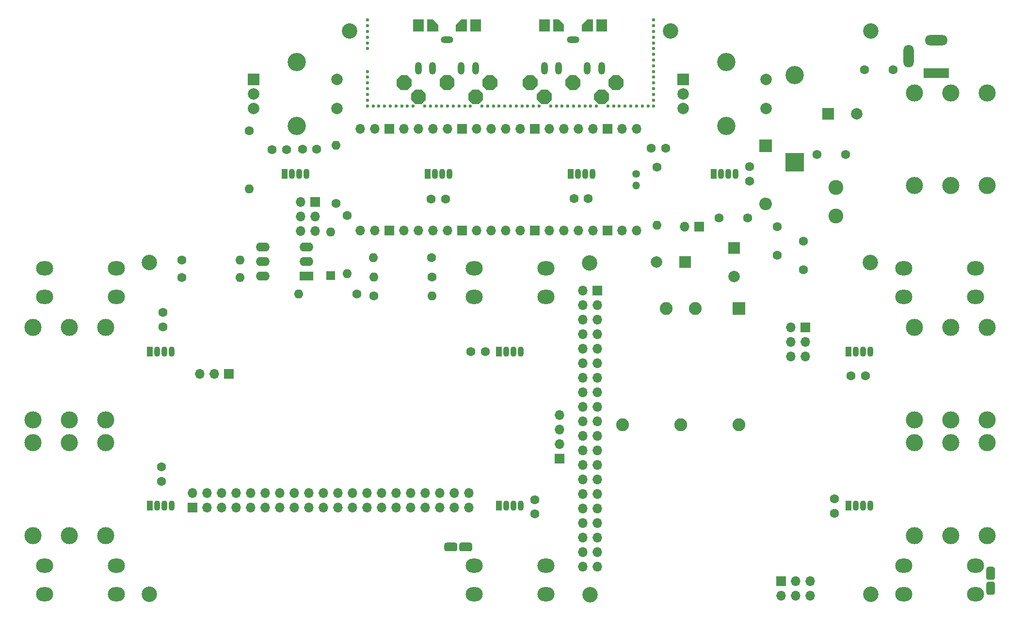
<source format=gts>
G04 #@! TF.GenerationSoftware,KiCad,Pcbnew,7.0.1.1-36-gbcf78dbe24-dirty-deb11*
G04 #@! TF.CreationDate,2023-04-24T19:27:54+00:00*
G04 #@! TF.ProjectId,pedalboard-hw,70656461-6c62-46f6-9172-642d68772e6b,2.0.0*
G04 #@! TF.SameCoordinates,Original*
G04 #@! TF.FileFunction,Soldermask,Top*
G04 #@! TF.FilePolarity,Negative*
%FSLAX46Y46*%
G04 Gerber Fmt 4.6, Leading zero omitted, Abs format (unit mm)*
G04 Created by KiCad (PCBNEW 7.0.1.1-36-gbcf78dbe24-dirty-deb11) date 2023-04-24 19:27:54*
%MOMM*%
%LPD*%
G01*
G04 APERTURE LIST*
%ADD10C,2.700000*%
%ADD11C,1.600000*%
%ADD12O,1.200000X2.200000*%
%ADD13O,2.200000X1.200000*%
%ADD14C,3.000000*%
%ADD15R,4.400000X1.800000*%
%ADD16O,4.000000X1.800000*%
%ADD17O,1.800000X4.000000*%
%ADD18O,1.600000X1.600000*%
%ADD19R,1.070000X1.800000*%
%ADD20O,1.070000X1.800000*%
%ADD21R,2.250000X2.250000*%
%ADD22C,2.250000*%
%ADD23R,1.700000X1.700000*%
%ADD24O,1.700000X1.700000*%
%ADD25C,0.600000*%
%ADD26O,3.000000X2.500000*%
%ADD27R,2.400000X1.600000*%
%ADD28O,2.400000X1.600000*%
%ADD29C,2.600000*%
%ADD30R,2.000000X2.000000*%
%ADD31C,2.000000*%
%ADD32C,3.200000*%
%ADD33R,1.600000X1.600000*%
%ADD34R,3.200000X3.200000*%
%ADD35O,3.200000X3.200000*%
%ADD36R,2.200000X2.200000*%
%ADD37O,2.200000X2.200000*%
%ADD38C,1.350000*%
%ADD39O,1.350000X1.350000*%
G04 APERTURE END LIST*
D10*
X168020000Y-121500000D03*
D11*
X146800000Y-46700000D03*
X146800000Y-49200000D03*
D12*
X121000000Y-29500000D03*
X118500000Y-29500000D03*
D13*
X116000000Y-24500000D03*
D12*
X111000000Y-29500000D03*
X113500000Y-29500000D03*
D10*
X133000000Y-23000000D03*
D14*
X28050000Y-111200000D03*
X28050000Y-94970000D03*
X21700000Y-111200000D03*
X21700000Y-94970000D03*
X34400000Y-111200000D03*
X34400000Y-94970000D03*
D11*
X158637600Y-44600000D03*
X163637600Y-44600000D03*
D15*
X179400000Y-30400000D03*
D16*
X179400000Y-24600000D03*
D17*
X174600000Y-27400000D03*
D11*
X130700000Y-46820000D03*
D18*
X130700000Y-56980000D03*
D19*
X115600000Y-48000000D03*
D20*
X116870000Y-48000000D03*
X118140000Y-48000000D03*
X119410000Y-48000000D03*
D14*
X28085000Y-91000000D03*
X28085000Y-74770000D03*
X21735000Y-91000000D03*
X21735000Y-74770000D03*
X34435000Y-91000000D03*
X34435000Y-74770000D03*
D21*
X144960000Y-71520000D03*
D22*
X137340000Y-71520000D03*
X132260000Y-71520000D03*
X124640000Y-91840000D03*
X134800000Y-91840000D03*
X144960000Y-91840000D03*
D14*
X181950000Y-94995000D03*
X181950000Y-111225000D03*
X188300000Y-94995000D03*
X188300000Y-111225000D03*
X175600000Y-94995000D03*
X175600000Y-111225000D03*
G36*
G01*
X93527000Y-113581000D02*
X93527000Y-112819000D01*
G75*
G02*
X93908000Y-112438000I381000J0D01*
G01*
X95432000Y-112438000D01*
G75*
G02*
X95813000Y-112819000I0J-381000D01*
G01*
X95813000Y-113581000D01*
G75*
G02*
X95432000Y-113962000I-381000J0D01*
G01*
X93908000Y-113962000D01*
G75*
G02*
X93527000Y-113581000I0J381000D01*
G01*
G37*
G36*
G01*
X96127000Y-113581000D02*
X96127000Y-112819000D01*
G75*
G02*
X96508000Y-112438000I381000J0D01*
G01*
X98032000Y-112438000D01*
G75*
G02*
X98413000Y-112819000I0J-381000D01*
G01*
X98413000Y-113581000D01*
G75*
G02*
X98032000Y-113962000I-381000J0D01*
G01*
X96508000Y-113962000D01*
G75*
G02*
X96127000Y-113581000I0J381000D01*
G01*
G37*
D10*
X42000000Y-63500000D03*
D19*
X140600000Y-48000000D03*
D20*
X141870000Y-48000000D03*
X143140000Y-48000000D03*
X144410000Y-48000000D03*
D11*
X109310000Y-104930000D03*
X109310000Y-107430000D03*
D19*
X103100000Y-106000000D03*
D20*
X104370000Y-106000000D03*
X105640000Y-106000000D03*
X106910000Y-106000000D03*
D10*
X118980000Y-121520000D03*
D23*
X49590000Y-106320000D03*
D24*
X49590000Y-103780000D03*
X52130000Y-106320000D03*
X52130000Y-103780000D03*
X54670000Y-106320000D03*
X54670000Y-103780000D03*
X57210000Y-106320000D03*
X57210000Y-103780000D03*
X59750000Y-106320000D03*
X59750000Y-103780000D03*
X62290000Y-106320000D03*
X62290000Y-103780000D03*
X64830000Y-106320000D03*
X64830000Y-103780000D03*
X67370000Y-106320000D03*
X67370000Y-103780000D03*
X69910000Y-106320000D03*
X69910000Y-103780000D03*
X72450000Y-106320000D03*
X72450000Y-103780000D03*
X74990000Y-106320000D03*
X74990000Y-103780000D03*
X77530000Y-106320000D03*
X77530000Y-103780000D03*
X80070000Y-106320000D03*
X80070000Y-103780000D03*
X82610000Y-106320000D03*
X82610000Y-103780000D03*
X85150000Y-106320000D03*
X85150000Y-103780000D03*
X87690000Y-106320000D03*
X87690000Y-103780000D03*
X90230000Y-106320000D03*
X90230000Y-103780000D03*
X92770000Y-106320000D03*
X92770000Y-103780000D03*
X95310000Y-106320000D03*
X95310000Y-103780000D03*
X97850000Y-106320000D03*
X97850000Y-103780000D03*
D11*
X161620000Y-107300000D03*
X161620000Y-104800000D03*
D25*
X80100000Y-21075000D03*
X80100000Y-22075000D03*
X80100000Y-23075000D03*
X80100000Y-24075000D03*
X80100000Y-25075000D03*
X80100000Y-26075000D03*
X80100000Y-30075000D03*
X80100000Y-31075000D03*
X80100000Y-32075000D03*
X80100000Y-33075000D03*
X80100000Y-34075000D03*
X80100000Y-35075000D03*
X80100000Y-36075000D03*
X81100000Y-36075000D03*
X82100000Y-36075000D03*
X83100000Y-36075000D03*
X84100000Y-36075000D03*
X85100000Y-36075000D03*
X86100000Y-36075000D03*
X87100000Y-36075000D03*
X88100000Y-36075000D03*
X90100000Y-36075000D03*
X91100000Y-36075000D03*
X92100000Y-36075000D03*
X93100000Y-36075000D03*
X94100000Y-36075000D03*
X95100000Y-36075000D03*
X96100000Y-36075000D03*
X97100000Y-36075000D03*
X98100000Y-36075000D03*
X100100000Y-36075000D03*
X101100000Y-36075000D03*
X102100000Y-36075000D03*
X103100000Y-36075000D03*
X104100000Y-36075000D03*
X105100000Y-36075000D03*
X106100000Y-36075000D03*
X107100000Y-36075000D03*
X108100000Y-36075000D03*
X109100000Y-36075000D03*
X110100000Y-36075000D03*
X112100000Y-36075000D03*
X113100000Y-36075000D03*
X114100000Y-36075000D03*
X115100000Y-36075000D03*
X116100000Y-36075000D03*
X117100000Y-36075000D03*
X118100000Y-36075000D03*
X119100000Y-36075000D03*
X120100000Y-36075000D03*
X122100000Y-36075000D03*
X123100000Y-36075000D03*
X124100000Y-36075000D03*
X125100000Y-36075000D03*
X126100000Y-36075000D03*
X127100000Y-36075000D03*
X128100000Y-36075000D03*
X129100000Y-36075000D03*
X130100000Y-21075000D03*
X130100000Y-22075000D03*
X130100000Y-23075000D03*
X130100000Y-24075000D03*
X130100000Y-25075000D03*
X130100000Y-26075000D03*
X130100000Y-27075000D03*
X130100000Y-28075000D03*
X130100000Y-29075000D03*
X130100000Y-30075000D03*
X130100000Y-31075000D03*
X130100000Y-32075000D03*
X130100000Y-33075000D03*
X130100000Y-34075000D03*
X130100000Y-35075000D03*
X130100000Y-36075000D03*
D11*
X44155000Y-101700000D03*
X44155000Y-99200000D03*
D26*
X98750000Y-64500000D03*
X111250000Y-64500000D03*
X98750000Y-69500000D03*
X111250000Y-69500000D03*
D19*
X42100000Y-79000000D03*
D20*
X43370000Y-79000000D03*
X44640000Y-79000000D03*
X45910000Y-79000000D03*
D11*
X74575000Y-53105000D03*
D18*
X74575000Y-42945000D03*
D27*
X69475000Y-65800000D03*
D28*
X69475000Y-63260000D03*
X69475000Y-60720000D03*
X61855000Y-60720000D03*
X61855000Y-63260000D03*
X61855000Y-65800000D03*
D10*
X77000000Y-23000000D03*
D29*
X161900000Y-50300000D03*
X161900000Y-55300000D03*
D14*
X181965000Y-33800000D03*
X181965000Y-50030000D03*
X188315000Y-33800000D03*
X188315000Y-50030000D03*
X175615000Y-33800000D03*
X175615000Y-50030000D03*
D11*
X63475000Y-43700000D03*
X65975000Y-43700000D03*
G36*
X107946312Y-33285921D02*
G01*
X107214079Y-32553688D01*
X107199200Y-32517767D01*
X107199200Y-31482233D01*
X107214079Y-31446312D01*
X107946312Y-30714079D01*
X107982233Y-30699200D01*
X109017767Y-30699200D01*
X109053688Y-30714079D01*
X109785921Y-31446312D01*
X109800800Y-31482233D01*
X109800800Y-32517767D01*
X109785921Y-32553688D01*
X109053688Y-33285921D01*
X109017767Y-33300800D01*
X107982233Y-33300800D01*
X107946312Y-33285921D01*
G37*
G36*
X117285921Y-32553688D02*
G01*
X116553688Y-33285921D01*
X116517767Y-33300800D01*
X115482233Y-33300800D01*
X115446312Y-33285921D01*
X114714079Y-32553688D01*
X114699200Y-32517767D01*
X114699200Y-31482233D01*
X114714079Y-31446312D01*
X115446312Y-30714079D01*
X115482233Y-30699200D01*
X116517767Y-30699200D01*
X116553688Y-30714079D01*
X117285921Y-31446312D01*
X117300800Y-31482233D01*
X117300800Y-32517767D01*
X117285921Y-32553688D01*
G37*
G36*
X122946312Y-33285921D02*
G01*
X122214079Y-32553688D01*
X122199200Y-32517767D01*
X122199200Y-31482233D01*
X122214079Y-31446312D01*
X122946312Y-30714079D01*
X122982233Y-30699200D01*
X124017767Y-30699200D01*
X124053688Y-30714079D01*
X124785921Y-31446312D01*
X124800800Y-31482233D01*
X124800800Y-32517767D01*
X124785921Y-32553688D01*
X124053688Y-33285921D01*
X124017767Y-33300800D01*
X122982233Y-33300800D01*
X122946312Y-33285921D01*
G37*
G36*
X110446312Y-35785921D02*
G01*
X109714079Y-35053688D01*
X109699200Y-35017767D01*
X109699200Y-33982233D01*
X109714079Y-33946312D01*
X110446312Y-33214079D01*
X110482233Y-33199200D01*
X111517767Y-33199200D01*
X111553688Y-33214079D01*
X112285921Y-33946312D01*
X112300800Y-33982233D01*
X112300800Y-35017767D01*
X112285921Y-35053688D01*
X111553688Y-35785921D01*
X111517767Y-35800800D01*
X110482233Y-35800800D01*
X110446312Y-35785921D01*
G37*
G36*
X120446312Y-35785921D02*
G01*
X119714079Y-35053688D01*
X119699200Y-35017767D01*
X119699200Y-33982233D01*
X119714079Y-33946312D01*
X120446312Y-33214079D01*
X120482233Y-33199200D01*
X121517767Y-33199200D01*
X121553688Y-33214079D01*
X122285921Y-33946312D01*
X122300800Y-33982233D01*
X122300800Y-35017767D01*
X122285921Y-35053688D01*
X121553688Y-35785921D01*
X121517767Y-35800800D01*
X120482233Y-35800800D01*
X120446312Y-35785921D01*
G37*
G36*
X117564079Y-23035921D02*
G01*
X117549200Y-23000000D01*
X117549200Y-21900000D01*
X117564079Y-21864079D01*
X118464079Y-20964079D01*
X118500000Y-20949200D01*
X119400000Y-20949200D01*
X119435921Y-20964079D01*
X119450800Y-21000000D01*
X119450800Y-23000000D01*
X119435921Y-23035921D01*
X119400000Y-23050800D01*
X117600000Y-23050800D01*
X117564079Y-23035921D01*
G37*
G36*
G01*
X121950800Y-21000000D02*
X121950800Y-23000000D01*
G75*
G02*
X121900000Y-23050800I-50800J0D01*
G01*
X120100000Y-23050800D01*
G75*
G02*
X120049200Y-23000000I0J50800D01*
G01*
X120049200Y-21000000D01*
G75*
G02*
X120100000Y-20949200I50800J0D01*
G01*
X121900000Y-20949200D01*
G75*
G02*
X121950800Y-21000000I0J-50800D01*
G01*
G37*
G36*
G01*
X111950800Y-21000000D02*
X111950800Y-23000000D01*
G75*
G02*
X111900000Y-23050800I-50800J0D01*
G01*
X110100000Y-23050800D01*
G75*
G02*
X110049200Y-23000000I0J50800D01*
G01*
X110049200Y-21000000D01*
G75*
G02*
X110100000Y-20949200I50800J0D01*
G01*
X111900000Y-20949200D01*
G75*
G02*
X111950800Y-21000000I0J-50800D01*
G01*
G37*
G36*
X112564079Y-23035921D02*
G01*
X112549200Y-23000000D01*
X112549200Y-21000000D01*
X112564079Y-20964079D01*
X112600000Y-20949200D01*
X113500000Y-20949200D01*
X113535921Y-20964079D01*
X114435921Y-21864079D01*
X114450800Y-21900000D01*
X114450800Y-23000000D01*
X114435921Y-23035921D01*
X114400000Y-23050800D01*
X112600000Y-23050800D01*
X112564079Y-23035921D01*
G37*
D19*
X90600000Y-48000000D03*
D20*
X91870000Y-48000000D03*
X93140000Y-48000000D03*
X94410000Y-48000000D03*
D30*
X60250000Y-31500000D03*
D31*
X60250000Y-36500000D03*
X60250000Y-34000000D03*
D32*
X67750000Y-28400000D03*
X67750000Y-39600000D03*
D31*
X74750000Y-36500000D03*
X74750000Y-31500000D03*
D11*
X68750000Y-43675000D03*
X71250000Y-43675000D03*
X164570000Y-83300000D03*
X167070000Y-83300000D03*
D30*
X144100000Y-60932323D03*
D31*
X144100000Y-65932323D03*
D11*
X78280000Y-68980000D03*
D18*
X68120000Y-68980000D03*
D10*
X167900000Y-63450000D03*
D30*
X135600000Y-63400000D03*
D31*
X130600000Y-63400000D03*
D19*
X65600000Y-48000000D03*
D20*
X66870000Y-48000000D03*
X68140000Y-48000000D03*
X69410000Y-48000000D03*
D11*
X91250000Y-52400000D03*
X93750000Y-52400000D03*
D10*
X42000000Y-121500000D03*
D14*
X181950000Y-74780000D03*
X181950000Y-91010000D03*
X188300000Y-74780000D03*
X188300000Y-91010000D03*
X175600000Y-74780000D03*
X175600000Y-91010000D03*
D26*
X23750000Y-64500000D03*
X36250000Y-64500000D03*
X23750000Y-69500000D03*
X36250000Y-69500000D03*
D11*
X129650000Y-43470000D03*
X132150000Y-43470000D03*
X47695000Y-63050000D03*
D18*
X57855000Y-63050000D03*
D30*
X160532323Y-37500000D03*
D31*
X165532323Y-37500000D03*
D19*
X164100000Y-79000000D03*
D20*
X165370000Y-79000000D03*
X166640000Y-79000000D03*
X167910000Y-79000000D03*
D11*
X81190000Y-69340000D03*
D18*
X91350000Y-69340000D03*
D19*
X42100000Y-106000000D03*
D20*
X43370000Y-106000000D03*
X44640000Y-106000000D03*
X45910000Y-106000000D03*
D11*
X76600000Y-55270000D03*
D18*
X76600000Y-65430000D03*
D11*
X146500000Y-55700000D03*
X141500000Y-55700000D03*
D33*
X73700000Y-65775000D03*
D18*
X73700000Y-58155000D03*
D11*
X116150000Y-52300000D03*
X118650000Y-52300000D03*
D34*
X154700000Y-45900000D03*
D35*
X154700000Y-30660000D03*
D11*
X91280000Y-62575000D03*
D18*
X81120000Y-62575000D03*
D11*
X171900000Y-29800000D03*
X166900000Y-29800000D03*
D10*
X118900000Y-63565600D03*
D11*
X151700000Y-57200000D03*
X151700000Y-62200000D03*
D19*
X164100000Y-106000000D03*
D20*
X165370000Y-106000000D03*
X166640000Y-106000000D03*
X167910000Y-106000000D03*
D26*
X173750000Y-116500000D03*
X186250000Y-116500000D03*
X173750000Y-121500000D03*
X186250000Y-121500000D03*
X173750000Y-64500000D03*
X186250000Y-64500000D03*
X173750000Y-69500000D03*
X186250000Y-69500000D03*
D11*
X100670000Y-79050000D03*
X98170000Y-79050000D03*
D26*
X23750000Y-116500000D03*
X36250000Y-116500000D03*
X23750000Y-121500000D03*
X36250000Y-121500000D03*
D10*
X168000000Y-23000000D03*
D11*
X91350000Y-65980000D03*
D18*
X81190000Y-65980000D03*
D30*
X135250000Y-31500000D03*
D31*
X135250000Y-36500000D03*
X135250000Y-34000000D03*
D32*
X142750000Y-28400000D03*
X142750000Y-39600000D03*
D31*
X149750000Y-36500000D03*
X149750000Y-31500000D03*
D11*
X47695000Y-66050000D03*
D18*
X57855000Y-66050000D03*
D26*
X98750000Y-116500000D03*
X111250000Y-116500000D03*
X98750000Y-121500000D03*
X111250000Y-121500000D03*
D11*
X156200000Y-64700000D03*
X156200000Y-59700000D03*
G36*
X85951812Y-33285921D02*
G01*
X85219579Y-32553688D01*
X85204700Y-32517767D01*
X85204700Y-31482233D01*
X85219579Y-31446312D01*
X85951812Y-30714079D01*
X85987733Y-30699200D01*
X87023267Y-30699200D01*
X87059188Y-30714079D01*
X87791421Y-31446312D01*
X87806300Y-31482233D01*
X87806300Y-32517767D01*
X87791421Y-32553688D01*
X87059188Y-33285921D01*
X87023267Y-33300800D01*
X85987733Y-33300800D01*
X85951812Y-33285921D01*
G37*
G36*
X95291421Y-32553688D02*
G01*
X94559188Y-33285921D01*
X94523267Y-33300800D01*
X93487733Y-33300800D01*
X93451812Y-33285921D01*
X92719579Y-32553688D01*
X92704700Y-32517767D01*
X92704700Y-31482233D01*
X92719579Y-31446312D01*
X93451812Y-30714079D01*
X93487733Y-30699200D01*
X94523267Y-30699200D01*
X94559188Y-30714079D01*
X95291421Y-31446312D01*
X95306300Y-31482233D01*
X95306300Y-32517767D01*
X95291421Y-32553688D01*
G37*
G36*
X100951812Y-33285921D02*
G01*
X100219579Y-32553688D01*
X100204700Y-32517767D01*
X100204700Y-31482233D01*
X100219579Y-31446312D01*
X100951812Y-30714079D01*
X100987733Y-30699200D01*
X102023267Y-30699200D01*
X102059188Y-30714079D01*
X102791421Y-31446312D01*
X102806300Y-31482233D01*
X102806300Y-32517767D01*
X102791421Y-32553688D01*
X102059188Y-33285921D01*
X102023267Y-33300800D01*
X100987733Y-33300800D01*
X100951812Y-33285921D01*
G37*
G36*
X88451812Y-35785921D02*
G01*
X87719579Y-35053688D01*
X87704700Y-35017767D01*
X87704700Y-33982233D01*
X87719579Y-33946312D01*
X88451812Y-33214079D01*
X88487733Y-33199200D01*
X89523267Y-33199200D01*
X89559188Y-33214079D01*
X90291421Y-33946312D01*
X90306300Y-33982233D01*
X90306300Y-35017767D01*
X90291421Y-35053688D01*
X89559188Y-35785921D01*
X89523267Y-35800800D01*
X88487733Y-35800800D01*
X88451812Y-35785921D01*
G37*
G36*
X98451812Y-35785921D02*
G01*
X97719579Y-35053688D01*
X97704700Y-35017767D01*
X97704700Y-33982233D01*
X97719579Y-33946312D01*
X98451812Y-33214079D01*
X98487733Y-33199200D01*
X99523267Y-33199200D01*
X99559188Y-33214079D01*
X100291421Y-33946312D01*
X100306300Y-33982233D01*
X100306300Y-35017767D01*
X100291421Y-35053688D01*
X99559188Y-35785921D01*
X99523267Y-35800800D01*
X98487733Y-35800800D01*
X98451812Y-35785921D01*
G37*
G36*
X95569579Y-23035921D02*
G01*
X95554700Y-23000000D01*
X95554700Y-21900000D01*
X95569579Y-21864079D01*
X96469579Y-20964079D01*
X96505500Y-20949200D01*
X97405500Y-20949200D01*
X97441421Y-20964079D01*
X97456300Y-21000000D01*
X97456300Y-23000000D01*
X97441421Y-23035921D01*
X97405500Y-23050800D01*
X95605500Y-23050800D01*
X95569579Y-23035921D01*
G37*
G36*
G01*
X99956300Y-21000000D02*
X99956300Y-23000000D01*
G75*
G02*
X99905500Y-23050800I-50800J0D01*
G01*
X98105500Y-23050800D01*
G75*
G02*
X98054700Y-23000000I0J50800D01*
G01*
X98054700Y-21000000D01*
G75*
G02*
X98105500Y-20949200I50800J0D01*
G01*
X99905500Y-20949200D01*
G75*
G02*
X99956300Y-21000000I0J-50800D01*
G01*
G37*
G36*
G01*
X89956300Y-21000000D02*
X89956300Y-23000000D01*
G75*
G02*
X89905500Y-23050800I-50800J0D01*
G01*
X88105500Y-23050800D01*
G75*
G02*
X88054700Y-23000000I0J50800D01*
G01*
X88054700Y-21000000D01*
G75*
G02*
X88105500Y-20949200I50800J0D01*
G01*
X89905500Y-20949200D01*
G75*
G02*
X89956300Y-21000000I0J-50800D01*
G01*
G37*
G36*
X90569579Y-23035921D02*
G01*
X90554700Y-23000000D01*
X90554700Y-21000000D01*
X90569579Y-20964079D01*
X90605500Y-20949200D01*
X91505500Y-20949200D01*
X91541421Y-20964079D01*
X92441421Y-21864079D01*
X92456300Y-21900000D01*
X92456300Y-23000000D01*
X92441421Y-23035921D01*
X92405500Y-23050800D01*
X90605500Y-23050800D01*
X90569579Y-23035921D01*
G37*
X44355000Y-72200000D03*
X44355000Y-74700000D03*
G36*
G01*
X188549000Y-116663000D02*
X189311000Y-116663000D01*
G75*
G02*
X189692000Y-117044000I0J-381000D01*
G01*
X189692000Y-118568000D01*
G75*
G02*
X189311000Y-118949000I-381000J0D01*
G01*
X188549000Y-118949000D01*
G75*
G02*
X188168000Y-118568000I0J381000D01*
G01*
X188168000Y-117044000D01*
G75*
G02*
X188549000Y-116663000I381000J0D01*
G01*
G37*
G36*
G01*
X188549000Y-119263000D02*
X189311000Y-119263000D01*
G75*
G02*
X189692000Y-119644000I0J-381000D01*
G01*
X189692000Y-121168000D01*
G75*
G02*
X189311000Y-121549000I-381000J0D01*
G01*
X188549000Y-121549000D01*
G75*
G02*
X188168000Y-121168000I0J381000D01*
G01*
X188168000Y-119644000D01*
G75*
G02*
X188549000Y-119263000I381000J0D01*
G01*
G37*
D36*
X149606000Y-43078400D03*
D37*
X149606000Y-53238400D03*
D19*
X103100000Y-79000000D03*
D20*
X104370000Y-79000000D03*
X105640000Y-79000000D03*
X106910000Y-79000000D03*
D11*
X59500000Y-40445000D03*
D18*
X59500000Y-50605000D03*
D12*
X99000000Y-29500000D03*
X96500000Y-29500000D03*
D13*
X94000000Y-24500000D03*
D12*
X89000000Y-29500000D03*
X91500000Y-29500000D03*
D23*
X113625000Y-97780000D03*
D24*
X113625000Y-95240000D03*
X113625000Y-92700000D03*
X113625000Y-90160000D03*
D23*
X138000000Y-57175000D03*
D24*
X135460000Y-57175000D03*
D38*
X127000000Y-48000000D03*
D39*
X127000000Y-50000000D03*
D24*
X127130000Y-57890000D03*
X124590000Y-57890000D03*
D23*
X122050000Y-57890000D03*
D24*
X119510000Y-57890000D03*
X116970000Y-57890000D03*
X114430000Y-57890000D03*
X111890000Y-57890000D03*
D23*
X109350000Y-57890000D03*
D24*
X106810000Y-57890000D03*
X104270000Y-57890000D03*
X101730000Y-57890000D03*
X99190000Y-57890000D03*
D23*
X96650000Y-57890000D03*
D24*
X94110000Y-57890000D03*
X91570000Y-57890000D03*
X89030000Y-57890000D03*
X86490000Y-57890000D03*
D23*
X83950000Y-57890000D03*
D24*
X81410000Y-57890000D03*
X78870000Y-57890000D03*
X78870000Y-40110000D03*
X81410000Y-40110000D03*
D23*
X83950000Y-40110000D03*
D24*
X86490000Y-40110000D03*
X89030000Y-40110000D03*
X91570000Y-40110000D03*
X94110000Y-40110000D03*
D23*
X96650000Y-40110000D03*
D24*
X99190000Y-40110000D03*
X101730000Y-40110000D03*
X104270000Y-40110000D03*
X106810000Y-40110000D03*
D23*
X109350000Y-40110000D03*
D24*
X111890000Y-40110000D03*
X114430000Y-40110000D03*
X116970000Y-40110000D03*
X119510000Y-40110000D03*
D23*
X122050000Y-40110000D03*
D24*
X124590000Y-40110000D03*
X127130000Y-40110000D03*
D23*
X55865000Y-82962600D03*
D24*
X53325000Y-82962600D03*
X50785000Y-82962600D03*
D23*
X120250000Y-68375600D03*
D24*
X117710000Y-68375600D03*
X120250000Y-70915600D03*
X117710000Y-70915600D03*
X120250000Y-73455600D03*
X117710000Y-73455600D03*
X120250000Y-75995600D03*
X117710000Y-75995600D03*
X120250000Y-78535600D03*
X117710000Y-78535600D03*
X120250000Y-81075600D03*
X117710000Y-81075600D03*
X120250000Y-83615600D03*
X117710000Y-83615600D03*
X120250000Y-86155600D03*
X117710000Y-86155600D03*
X120250000Y-88695600D03*
X117710000Y-88695600D03*
X120250000Y-91235600D03*
X117710000Y-91235600D03*
X120250000Y-93775600D03*
X117710000Y-93775600D03*
X120250000Y-96315600D03*
X117710000Y-96315600D03*
X120250000Y-98855600D03*
X117710000Y-98855600D03*
X120250000Y-101395600D03*
X117710000Y-101395600D03*
X120250000Y-103935600D03*
X117710000Y-103935600D03*
X120250000Y-106475600D03*
X117710000Y-106475600D03*
X120250000Y-109015600D03*
X117710000Y-109015600D03*
X120250000Y-111555600D03*
X117710000Y-111555600D03*
X120250000Y-114095600D03*
X117710000Y-114095600D03*
X120250000Y-116635600D03*
X117710000Y-116635600D03*
D23*
X156555000Y-74845600D03*
D24*
X154015000Y-74845600D03*
X156555000Y-77385600D03*
X154015000Y-77385600D03*
X156555000Y-79925600D03*
X154015000Y-79925600D03*
D23*
X152380000Y-119150600D03*
D24*
X152380000Y-121690600D03*
X154920000Y-119150600D03*
X154920000Y-121690600D03*
X157460000Y-119150600D03*
X157460000Y-121690600D03*
D23*
X71000000Y-52850000D03*
D24*
X68460000Y-52850000D03*
X71000000Y-55390000D03*
X68460000Y-55390000D03*
X71000000Y-57930000D03*
X68460000Y-57930000D03*
M02*

</source>
